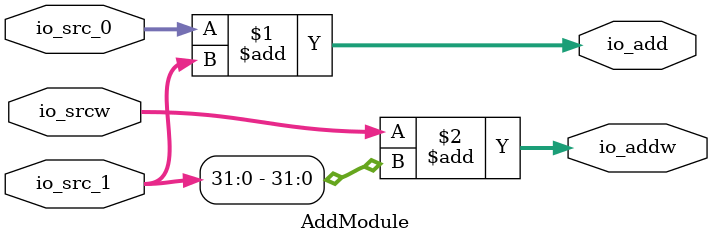
<source format=v>
module AddModule(
  input  [63:0] io_src_0,
  input  [63:0] io_src_1,
  input  [31:0] io_srcw,
  output [63:0] io_add,
  output [31:0] io_addw
);
  assign io_add = io_src_0 + io_src_1; // @[Alu.scala 32:23]
  assign io_addw = io_srcw + io_src_1[31:0]; // @[Alu.scala 34:22]
endmodule


</source>
